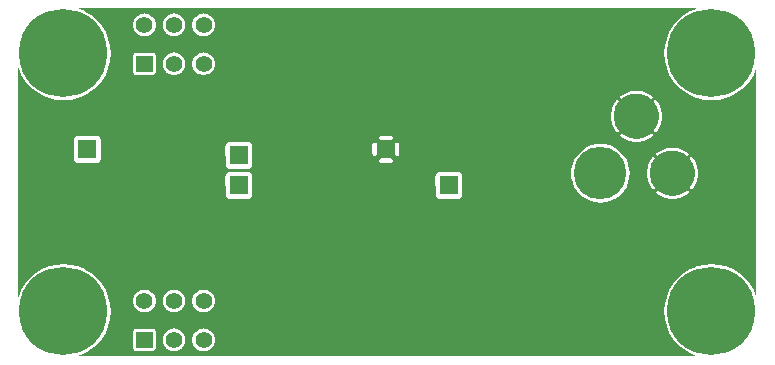
<source format=gbr>
G04 start of page 3 for group 1 idx 1 *
G04 Title: (unknown), bottom *
G04 Creator: pcb 20140316 *
G04 CreationDate: Tue 13 Dec 2016 03:17:30 AM GMT UTC *
G04 For: railfan *
G04 Format: Gerber/RS-274X *
G04 PCB-Dimensions (mil): 2500.00 1200.00 *
G04 PCB-Coordinate-Origin: lower left *
%MOIN*%
%FSLAX25Y25*%
%LNBOTTOM*%
%ADD36C,0.0350*%
%ADD35C,0.1250*%
%ADD34C,0.1100*%
%ADD33C,0.0420*%
%ADD32C,0.1285*%
%ADD31C,0.0200*%
%ADD30C,0.0400*%
%ADD29C,0.0550*%
%ADD28C,0.1750*%
%ADD27C,0.1500*%
%ADD26C,0.2937*%
%ADD25C,0.0001*%
G54D25*G36*
X215155Y84245D02*X215319Y83638D01*
X215435Y82988D01*
X215493Y82330D01*
Y81670D01*
X215435Y81012D01*
X215319Y80362D01*
X215155Y79755D01*
Y84245D01*
G37*
G36*
X227155Y65245D02*X227319Y64638D01*
X227435Y63988D01*
X227493Y63330D01*
Y62670D01*
X227435Y62012D01*
X227319Y61362D01*
X227155Y60755D01*
Y65245D01*
G37*
G36*
Y2445D02*X228138Y2038D01*
X228295Y2000D01*
X227155D01*
Y2445D01*
G37*
G36*
Y88445D02*X228138Y88038D01*
X230539Y87461D01*
X233000Y87268D01*
X235461Y87461D01*
X237862Y88038D01*
X240142Y88982D01*
X242247Y90272D01*
X244124Y91876D01*
X245728Y93753D01*
X247018Y95858D01*
X247962Y98138D01*
X248000Y98295D01*
Y21705D01*
X247962Y21862D01*
X247018Y24142D01*
X245728Y26247D01*
X244124Y28124D01*
X242247Y29728D01*
X240142Y31018D01*
X237862Y31962D01*
X235461Y32539D01*
X233000Y32732D01*
X230539Y32539D01*
X228138Y31962D01*
X227155Y31555D01*
Y58396D01*
X227530Y59039D01*
X227849Y59716D01*
X228107Y60419D01*
X228303Y61142D01*
X228434Y61879D01*
X228500Y62626D01*
Y63374D01*
X228434Y64121D01*
X228303Y64858D01*
X228107Y65581D01*
X227849Y66284D01*
X227530Y66961D01*
X227155Y67604D01*
Y88445D01*
G37*
G36*
Y118000D02*X228295D01*
X228138Y117962D01*
X227155Y117555D01*
Y118000D01*
G37*
G36*
X215155D02*X227155D01*
Y117555D01*
X225858Y117018D01*
X223753Y115728D01*
X221876Y114124D01*
X220272Y112247D01*
X218982Y110142D01*
X218038Y107862D01*
X217461Y105461D01*
X217268Y103000D01*
X217461Y100539D01*
X218038Y98138D01*
X218982Y95858D01*
X220272Y93753D01*
X221876Y91876D01*
X223753Y90272D01*
X225858Y88982D01*
X227155Y88445D01*
Y67604D01*
X227152Y67608D01*
X226719Y68219D01*
X226666Y68279D01*
X226604Y68328D01*
X226534Y68368D01*
X226460Y68396D01*
X226381Y68412D01*
X226302Y68416D01*
X226222Y68407D01*
X226145Y68386D01*
X226073Y68353D01*
X226006Y68309D01*
X225947Y68256D01*
X225897Y68193D01*
X225857Y68124D01*
X225829Y68049D01*
X225813Y67971D01*
X225809Y67891D01*
X225818Y67812D01*
X225839Y67735D01*
X225872Y67662D01*
X225917Y67596D01*
X226305Y67062D01*
X226638Y66492D01*
X226919Y65895D01*
X227147Y65275D01*
X227155Y65245D01*
Y60755D01*
X227147Y60725D01*
X226919Y60105D01*
X226638Y59508D01*
X226305Y58938D01*
X225923Y58399D01*
X225879Y58334D01*
X225846Y58263D01*
X225825Y58187D01*
X225817Y58109D01*
X225820Y58030D01*
X225836Y57953D01*
X225864Y57879D01*
X225903Y57811D01*
X225952Y57749D01*
X226010Y57696D01*
X226076Y57653D01*
X226148Y57621D01*
X226224Y57600D01*
X226302Y57591D01*
X226381Y57595D01*
X226458Y57611D01*
X226531Y57639D01*
X226600Y57678D01*
X226661Y57727D01*
X226713Y57786D01*
X227152Y58392D01*
X227155Y58396D01*
Y31555D01*
X225858Y31018D01*
X223753Y29728D01*
X221876Y28124D01*
X220272Y26247D01*
X218982Y24142D01*
X218038Y21862D01*
X217461Y19461D01*
X217268Y17000D01*
X217461Y14539D01*
X218038Y12138D01*
X218982Y9858D01*
X220272Y7753D01*
X221876Y5876D01*
X223753Y4272D01*
X225858Y2982D01*
X227155Y2445D01*
Y2000D01*
X215155D01*
Y56020D01*
X215392Y55848D01*
X216039Y55470D01*
X216716Y55151D01*
X217419Y54893D01*
X218142Y54697D01*
X218879Y54566D01*
X219626Y54500D01*
X220374D01*
X221120Y54566D01*
X221858Y54697D01*
X222581Y54893D01*
X223284Y55151D01*
X223961Y55470D01*
X224608Y55848D01*
X225219Y56281D01*
X225279Y56334D01*
X225328Y56396D01*
X225368Y56466D01*
X225396Y56540D01*
X225412Y56619D01*
X225416Y56698D01*
X225407Y56778D01*
X225386Y56855D01*
X225353Y56927D01*
X225309Y56994D01*
X225256Y57053D01*
X225193Y57103D01*
X225124Y57143D01*
X225049Y57171D01*
X224971Y57187D01*
X224891Y57191D01*
X224812Y57182D01*
X224735Y57161D01*
X224662Y57128D01*
X224596Y57083D01*
X224062Y56695D01*
X223492Y56362D01*
X222895Y56081D01*
X222275Y55853D01*
X221638Y55681D01*
X220988Y55565D01*
X220330Y55507D01*
X219670D01*
X219012Y55565D01*
X218362Y55681D01*
X217725Y55853D01*
X217105Y56081D01*
X216508Y56362D01*
X215938Y56695D01*
X215399Y57077D01*
X215334Y57121D01*
X215263Y57154D01*
X215187Y57175D01*
X215155Y57178D01*
Y68815D01*
X215188Y68818D01*
X215265Y68839D01*
X215338Y68872D01*
X215404Y68917D01*
X215938Y69305D01*
X216508Y69638D01*
X217105Y69919D01*
X217725Y70147D01*
X218362Y70319D01*
X219012Y70435D01*
X219670Y70493D01*
X220330D01*
X220988Y70435D01*
X221638Y70319D01*
X222275Y70147D01*
X222895Y69919D01*
X223492Y69638D01*
X224062Y69305D01*
X224601Y68923D01*
X224666Y68879D01*
X224737Y68846D01*
X224813Y68825D01*
X224891Y68817D01*
X224970Y68820D01*
X225047Y68836D01*
X225121Y68864D01*
X225189Y68903D01*
X225251Y68952D01*
X225304Y69010D01*
X225347Y69076D01*
X225379Y69148D01*
X225400Y69224D01*
X225409Y69302D01*
X225405Y69381D01*
X225389Y69458D01*
X225361Y69531D01*
X225322Y69600D01*
X225273Y69661D01*
X225214Y69713D01*
X224608Y70152D01*
X223961Y70530D01*
X223284Y70849D01*
X222581Y71107D01*
X221858Y71303D01*
X221120Y71434D01*
X220374Y71500D01*
X219626D01*
X218879Y71434D01*
X218142Y71303D01*
X217419Y71107D01*
X216716Y70849D01*
X216039Y70530D01*
X215392Y70152D01*
X215155Y69984D01*
Y77396D01*
X215530Y78039D01*
X215849Y78716D01*
X216107Y79419D01*
X216303Y80142D01*
X216434Y80880D01*
X216500Y81626D01*
Y82374D01*
X216434Y83121D01*
X216303Y83858D01*
X216107Y84581D01*
X215849Y85284D01*
X215530Y85961D01*
X215155Y86604D01*
Y118000D01*
G37*
G36*
X212845D02*X215155D01*
Y86604D01*
X215152Y86608D01*
X214719Y87219D01*
X214666Y87279D01*
X214604Y87328D01*
X214534Y87368D01*
X214460Y87396D01*
X214381Y87412D01*
X214302Y87416D01*
X214222Y87407D01*
X214145Y87386D01*
X214073Y87353D01*
X214006Y87309D01*
X213947Y87256D01*
X213897Y87193D01*
X213857Y87124D01*
X213829Y87049D01*
X213813Y86971D01*
X213809Y86891D01*
X213818Y86812D01*
X213839Y86735D01*
X213872Y86662D01*
X213917Y86596D01*
X214305Y86062D01*
X214638Y85492D01*
X214919Y84895D01*
X215147Y84275D01*
X215155Y84245D01*
Y79755D01*
X215147Y79725D01*
X214919Y79105D01*
X214638Y78508D01*
X214305Y77938D01*
X213923Y77399D01*
X213879Y77334D01*
X213846Y77263D01*
X213825Y77187D01*
X213817Y77109D01*
X213820Y77030D01*
X213836Y76953D01*
X213864Y76879D01*
X213903Y76811D01*
X213952Y76749D01*
X214010Y76696D01*
X214076Y76653D01*
X214148Y76621D01*
X214224Y76600D01*
X214302Y76591D01*
X214381Y76595D01*
X214458Y76611D01*
X214531Y76639D01*
X214600Y76678D01*
X214661Y76727D01*
X214713Y76786D01*
X215152Y77392D01*
X215155Y77396D01*
Y69984D01*
X214781Y69719D01*
X214721Y69666D01*
X214672Y69604D01*
X214632Y69534D01*
X214604Y69460D01*
X214588Y69381D01*
X214584Y69302D01*
X214593Y69222D01*
X214614Y69145D01*
X214647Y69073D01*
X214691Y69006D01*
X214744Y68947D01*
X214807Y68897D01*
X214876Y68857D01*
X214951Y68829D01*
X215029Y68813D01*
X215109Y68809D01*
X215155Y68815D01*
Y57178D01*
X215109Y57183D01*
X215030Y57180D01*
X214953Y57164D01*
X214879Y57136D01*
X214811Y57097D01*
X214749Y57048D01*
X214696Y56990D01*
X214653Y56924D01*
X214621Y56852D01*
X214600Y56776D01*
X214591Y56698D01*
X214595Y56619D01*
X214611Y56542D01*
X214639Y56469D01*
X214678Y56400D01*
X214727Y56339D01*
X214786Y56287D01*
X215155Y56020D01*
Y2000D01*
X212845D01*
Y58396D01*
X212848Y58392D01*
X213281Y57781D01*
X213334Y57721D01*
X213396Y57672D01*
X213466Y57632D01*
X213540Y57604D01*
X213619Y57588D01*
X213698Y57584D01*
X213778Y57593D01*
X213855Y57614D01*
X213927Y57647D01*
X213994Y57691D01*
X214053Y57744D01*
X214103Y57807D01*
X214143Y57876D01*
X214171Y57951D01*
X214187Y58029D01*
X214191Y58109D01*
X214182Y58188D01*
X214161Y58265D01*
X214128Y58338D01*
X214083Y58404D01*
X213695Y58938D01*
X213362Y59508D01*
X213081Y60105D01*
X212853Y60725D01*
X212845Y60755D01*
Y65245D01*
X212853Y65275D01*
X213081Y65895D01*
X213362Y66492D01*
X213695Y67062D01*
X214077Y67601D01*
X214121Y67666D01*
X214154Y67737D01*
X214175Y67813D01*
X214183Y67891D01*
X214180Y67970D01*
X214164Y68047D01*
X214136Y68121D01*
X214097Y68189D01*
X214048Y68251D01*
X213990Y68304D01*
X213924Y68347D01*
X213852Y68379D01*
X213776Y68400D01*
X213698Y68409D01*
X213619Y68405D01*
X213542Y68389D01*
X213469Y68361D01*
X213400Y68322D01*
X213339Y68273D01*
X213287Y68214D01*
X212848Y67608D01*
X212845Y67604D01*
Y75016D01*
X213219Y75281D01*
X213279Y75334D01*
X213328Y75396D01*
X213368Y75466D01*
X213396Y75540D01*
X213412Y75619D01*
X213416Y75698D01*
X213407Y75778D01*
X213386Y75855D01*
X213353Y75927D01*
X213309Y75994D01*
X213256Y76053D01*
X213193Y76103D01*
X213124Y76143D01*
X213049Y76171D01*
X212971Y76187D01*
X212891Y76191D01*
X212845Y76186D01*
Y87822D01*
X212891Y87817D01*
X212970Y87820D01*
X213047Y87836D01*
X213121Y87864D01*
X213189Y87903D01*
X213251Y87952D01*
X213304Y88010D01*
X213347Y88076D01*
X213379Y88148D01*
X213400Y88224D01*
X213409Y88302D01*
X213405Y88381D01*
X213389Y88458D01*
X213361Y88531D01*
X213322Y88600D01*
X213273Y88661D01*
X213214Y88713D01*
X212845Y88980D01*
Y118000D01*
G37*
G36*
Y60755D02*X212681Y61362D01*
X212565Y62012D01*
X212507Y62670D01*
Y63330D01*
X212565Y63988D01*
X212681Y64638D01*
X212845Y65245D01*
Y60755D01*
G37*
G36*
Y76186D02*X212812Y76182D01*
X212735Y76161D01*
X212662Y76128D01*
X212596Y76083D01*
X212062Y75695D01*
X211492Y75362D01*
X210895Y75081D01*
X210275Y74853D01*
X209638Y74681D01*
X208988Y74565D01*
X208330Y74507D01*
X208004D01*
Y89493D01*
X208330D01*
X208988Y89435D01*
X209638Y89319D01*
X210275Y89147D01*
X210895Y88919D01*
X211492Y88638D01*
X212062Y88305D01*
X212601Y87923D01*
X212666Y87879D01*
X212737Y87846D01*
X212813Y87825D01*
X212845Y87822D01*
Y76186D01*
G37*
G36*
Y2000D02*X208004D01*
Y73500D01*
X208374D01*
X209120Y73566D01*
X209858Y73697D01*
X210581Y73893D01*
X211284Y74151D01*
X211961Y74470D01*
X212608Y74848D01*
X212845Y75016D01*
Y67604D01*
X212470Y66961D01*
X212151Y66284D01*
X211893Y65581D01*
X211697Y64858D01*
X211566Y64121D01*
X211500Y63374D01*
Y62626D01*
X211566Y61879D01*
X211697Y61142D01*
X211893Y60419D01*
X212151Y59716D01*
X212470Y59039D01*
X212845Y58396D01*
Y2000D01*
G37*
G36*
X208004Y118000D02*X212845D01*
Y88980D01*
X212608Y89152D01*
X211961Y89530D01*
X211284Y89849D01*
X210581Y90107D01*
X209858Y90303D01*
X209120Y90434D01*
X208374Y90500D01*
X208004D01*
Y118000D01*
G37*
G36*
X200845D02*X208004D01*
Y90500D01*
X207626D01*
X206879Y90434D01*
X206142Y90303D01*
X205419Y90107D01*
X204716Y89849D01*
X204039Y89530D01*
X203392Y89152D01*
X202781Y88719D01*
X202721Y88666D01*
X202672Y88604D01*
X202632Y88534D01*
X202604Y88460D01*
X202588Y88381D01*
X202584Y88302D01*
X202593Y88222D01*
X202614Y88145D01*
X202647Y88073D01*
X202691Y88006D01*
X202744Y87947D01*
X202807Y87897D01*
X202876Y87857D01*
X202951Y87829D01*
X203029Y87813D01*
X203109Y87809D01*
X203188Y87818D01*
X203265Y87839D01*
X203338Y87872D01*
X203404Y87917D01*
X203938Y88305D01*
X204508Y88638D01*
X205105Y88919D01*
X205725Y89147D01*
X206362Y89319D01*
X207012Y89435D01*
X207670Y89493D01*
X208004D01*
Y74507D01*
X207670D01*
X207012Y74565D01*
X206362Y74681D01*
X205725Y74853D01*
X205105Y75081D01*
X204508Y75362D01*
X203938Y75695D01*
X203399Y76077D01*
X203334Y76121D01*
X203263Y76154D01*
X203187Y76175D01*
X203109Y76183D01*
X203030Y76180D01*
X202953Y76164D01*
X202879Y76136D01*
X202811Y76097D01*
X202749Y76048D01*
X202696Y75990D01*
X202653Y75924D01*
X202621Y75852D01*
X202600Y75776D01*
X202591Y75698D01*
X202595Y75619D01*
X202611Y75542D01*
X202639Y75469D01*
X202678Y75400D01*
X202727Y75339D01*
X202786Y75287D01*
X203392Y74848D01*
X204039Y74470D01*
X204716Y74151D01*
X205419Y73893D01*
X206142Y73697D01*
X206879Y73566D01*
X207626Y73500D01*
X208004D01*
Y2000D01*
X200845D01*
Y54534D01*
X201749Y55088D01*
X202916Y56084D01*
X203912Y57251D01*
X204714Y58560D01*
X205301Y59978D01*
X205660Y61470D01*
X205750Y63000D01*
X205660Y64530D01*
X205301Y66022D01*
X204714Y67440D01*
X203912Y68749D01*
X202916Y69916D01*
X201749Y70912D01*
X200845Y71466D01*
Y77396D01*
X200848Y77392D01*
X201281Y76781D01*
X201334Y76721D01*
X201396Y76672D01*
X201466Y76632D01*
X201540Y76604D01*
X201619Y76588D01*
X201698Y76584D01*
X201778Y76593D01*
X201855Y76614D01*
X201927Y76647D01*
X201994Y76691D01*
X202053Y76744D01*
X202103Y76807D01*
X202143Y76876D01*
X202171Y76951D01*
X202187Y77029D01*
X202191Y77109D01*
X202182Y77188D01*
X202161Y77265D01*
X202128Y77338D01*
X202083Y77404D01*
X201695Y77938D01*
X201362Y78508D01*
X201081Y79105D01*
X200853Y79725D01*
X200845Y79755D01*
Y84245D01*
X200853Y84275D01*
X201081Y84895D01*
X201362Y85492D01*
X201695Y86062D01*
X202077Y86601D01*
X202121Y86666D01*
X202154Y86737D01*
X202175Y86813D01*
X202183Y86891D01*
X202180Y86970D01*
X202164Y87047D01*
X202136Y87121D01*
X202097Y87189D01*
X202048Y87251D01*
X201990Y87304D01*
X201924Y87347D01*
X201852Y87379D01*
X201776Y87400D01*
X201698Y87409D01*
X201619Y87405D01*
X201542Y87389D01*
X201469Y87361D01*
X201400Y87322D01*
X201339Y87273D01*
X201287Y87214D01*
X200848Y86608D01*
X200845Y86604D01*
Y118000D01*
G37*
G36*
Y79755D02*X200681Y80362D01*
X200565Y81012D01*
X200507Y81670D01*
Y82330D01*
X200565Y82988D01*
X200681Y83638D01*
X200845Y84245D01*
Y79755D01*
G37*
G36*
X145500Y118000D02*X200845D01*
Y86604D01*
X200470Y85961D01*
X200151Y85284D01*
X199893Y84581D01*
X199697Y83858D01*
X199566Y83121D01*
X199500Y82374D01*
Y81626D01*
X199566Y80880D01*
X199697Y80142D01*
X199893Y79419D01*
X200151Y78716D01*
X200470Y78039D01*
X200845Y77396D01*
Y71466D01*
X200440Y71714D01*
X199022Y72301D01*
X197530Y72660D01*
X196000Y72780D01*
X194470Y72660D01*
X192978Y72301D01*
X191560Y71714D01*
X190251Y70912D01*
X189084Y69916D01*
X188088Y68749D01*
X187286Y67440D01*
X186699Y66022D01*
X186340Y64530D01*
X186220Y63000D01*
X186340Y61470D01*
X186699Y59978D01*
X187286Y58560D01*
X188088Y57251D01*
X189084Y56084D01*
X190251Y55088D01*
X191560Y54286D01*
X192978Y53699D01*
X194470Y53340D01*
X196000Y53220D01*
X197530Y53340D01*
X199022Y53699D01*
X200440Y54286D01*
X200845Y54534D01*
Y2000D01*
X145500D01*
Y54507D01*
X148735Y54514D01*
X148965Y54569D01*
X149183Y54659D01*
X149384Y54783D01*
X149564Y54936D01*
X149717Y55116D01*
X149841Y55317D01*
X149931Y55535D01*
X149986Y55765D01*
X150000Y56000D01*
X149986Y62235D01*
X149931Y62465D01*
X149841Y62683D01*
X149717Y62884D01*
X149564Y63064D01*
X149384Y63217D01*
X149183Y63341D01*
X148965Y63431D01*
X148735Y63486D01*
X148500Y63500D01*
X145500Y63493D01*
Y118000D01*
G37*
G36*
X128250D02*X145500D01*
Y63493D01*
X142265Y63486D01*
X142035Y63431D01*
X141817Y63341D01*
X141616Y63217D01*
X141436Y63064D01*
X141283Y62884D01*
X141159Y62683D01*
X141069Y62465D01*
X141014Y62235D01*
X141000Y62000D01*
X141014Y55765D01*
X141069Y55535D01*
X141159Y55317D01*
X141283Y55116D01*
X141436Y54936D01*
X141616Y54783D01*
X141817Y54659D01*
X142035Y54569D01*
X142265Y54514D01*
X142500Y54500D01*
X145500Y54507D01*
Y2000D01*
X128250D01*
Y68748D01*
X128368Y68757D01*
X128482Y68785D01*
X128592Y68830D01*
X128692Y68891D01*
X128782Y68968D01*
X128859Y69058D01*
X128920Y69158D01*
X128965Y69268D01*
X128993Y69382D01*
X129000Y69500D01*
Y72500D01*
X128993Y72618D01*
X128965Y72732D01*
X128920Y72842D01*
X128859Y72942D01*
X128782Y73032D01*
X128692Y73109D01*
X128592Y73170D01*
X128482Y73215D01*
X128368Y73243D01*
X128250Y73252D01*
Y118000D01*
G37*
G36*
X124500D02*X128250D01*
Y73252D01*
X128132Y73243D01*
X128018Y73215D01*
X127908Y73170D01*
X127808Y73109D01*
X127718Y73032D01*
X127641Y72942D01*
X127580Y72842D01*
X127535Y72732D01*
X127507Y72618D01*
X127500Y72500D01*
Y69500D01*
X127507Y69382D01*
X127535Y69268D01*
X127580Y69158D01*
X127641Y69058D01*
X127718Y68968D01*
X127808Y68891D01*
X127908Y68830D01*
X128018Y68785D01*
X128132Y68757D01*
X128250Y68748D01*
Y2000D01*
X124500D01*
Y66500D01*
X126000D01*
X126118Y66507D01*
X126232Y66535D01*
X126342Y66580D01*
X126442Y66641D01*
X126532Y66718D01*
X126609Y66808D01*
X126670Y66908D01*
X126715Y67018D01*
X126743Y67132D01*
X126752Y67250D01*
X126743Y67368D01*
X126715Y67482D01*
X126670Y67592D01*
X126609Y67692D01*
X126532Y67782D01*
X126442Y67859D01*
X126342Y67920D01*
X126232Y67965D01*
X126118Y67993D01*
X126000Y68000D01*
X124500D01*
Y74000D01*
X126000D01*
X126118Y74007D01*
X126232Y74035D01*
X126342Y74080D01*
X126442Y74141D01*
X126532Y74218D01*
X126609Y74308D01*
X126670Y74408D01*
X126715Y74518D01*
X126743Y74632D01*
X126752Y74750D01*
X126743Y74868D01*
X126715Y74982D01*
X126670Y75092D01*
X126609Y75192D01*
X126532Y75282D01*
X126442Y75359D01*
X126342Y75420D01*
X126232Y75465D01*
X126118Y75493D01*
X126000Y75500D01*
X124500D01*
Y118000D01*
G37*
G36*
X120750D02*X124500D01*
Y75500D01*
X123000D01*
X122882Y75493D01*
X122768Y75465D01*
X122658Y75420D01*
X122558Y75359D01*
X122468Y75282D01*
X122391Y75192D01*
X122330Y75092D01*
X122285Y74982D01*
X122257Y74868D01*
X122248Y74750D01*
X122257Y74632D01*
X122285Y74518D01*
X122330Y74408D01*
X122391Y74308D01*
X122468Y74218D01*
X122558Y74141D01*
X122658Y74080D01*
X122768Y74035D01*
X122882Y74007D01*
X123000Y74000D01*
X124500D01*
Y68000D01*
X123000D01*
X122882Y67993D01*
X122768Y67965D01*
X122658Y67920D01*
X122558Y67859D01*
X122468Y67782D01*
X122391Y67692D01*
X122330Y67592D01*
X122285Y67482D01*
X122257Y67368D01*
X122248Y67250D01*
X122257Y67132D01*
X122285Y67018D01*
X122330Y66908D01*
X122391Y66808D01*
X122468Y66718D01*
X122558Y66641D01*
X122658Y66580D01*
X122768Y66535D01*
X122882Y66507D01*
X123000Y66500D01*
X124500D01*
Y2000D01*
X120750D01*
Y68748D01*
X120868Y68757D01*
X120982Y68785D01*
X121092Y68830D01*
X121192Y68891D01*
X121282Y68968D01*
X121359Y69058D01*
X121420Y69158D01*
X121465Y69268D01*
X121493Y69382D01*
X121500Y69500D01*
Y72500D01*
X121493Y72618D01*
X121465Y72732D01*
X121420Y72842D01*
X121359Y72942D01*
X121282Y73032D01*
X121192Y73109D01*
X121092Y73170D01*
X120982Y73215D01*
X120868Y73243D01*
X120750Y73252D01*
Y118000D01*
G37*
G36*
X75500D02*X120750D01*
Y73252D01*
X120632Y73243D01*
X120518Y73215D01*
X120408Y73170D01*
X120308Y73109D01*
X120218Y73032D01*
X120141Y72942D01*
X120080Y72842D01*
X120035Y72732D01*
X120007Y72618D01*
X120000Y72500D01*
Y69500D01*
X120007Y69382D01*
X120035Y69268D01*
X120080Y69158D01*
X120141Y69058D01*
X120218Y68968D01*
X120308Y68891D01*
X120408Y68830D01*
X120518Y68785D01*
X120632Y68757D01*
X120750Y68748D01*
Y2000D01*
X75500D01*
Y54507D01*
X78735Y54514D01*
X78965Y54569D01*
X79183Y54659D01*
X79384Y54783D01*
X79564Y54936D01*
X79717Y55116D01*
X79841Y55317D01*
X79931Y55535D01*
X79986Y55765D01*
X80000Y56000D01*
X79986Y62235D01*
X79931Y62465D01*
X79841Y62683D01*
X79717Y62884D01*
X79564Y63064D01*
X79384Y63217D01*
X79183Y63341D01*
X78965Y63431D01*
X78735Y63486D01*
X78500Y63500D01*
X75500Y63493D01*
Y64507D01*
X78735Y64514D01*
X78965Y64569D01*
X79183Y64659D01*
X79384Y64783D01*
X79564Y64936D01*
X79717Y65116D01*
X79841Y65317D01*
X79931Y65535D01*
X79986Y65765D01*
X80000Y66000D01*
X79986Y72235D01*
X79931Y72465D01*
X79841Y72683D01*
X79717Y72884D01*
X79564Y73064D01*
X79384Y73217D01*
X79183Y73341D01*
X78965Y73431D01*
X78735Y73486D01*
X78500Y73500D01*
X75500Y73493D01*
Y118000D01*
G37*
G36*
X63679D02*X75500D01*
Y73493D01*
X72265Y73486D01*
X72035Y73431D01*
X71817Y73341D01*
X71616Y73217D01*
X71436Y73064D01*
X71283Y72884D01*
X71159Y72683D01*
X71069Y72465D01*
X71014Y72235D01*
X71000Y72000D01*
X71014Y65765D01*
X71069Y65535D01*
X71159Y65317D01*
X71283Y65116D01*
X71436Y64936D01*
X71616Y64783D01*
X71817Y64659D01*
X72035Y64569D01*
X72265Y64514D01*
X72500Y64500D01*
X75500Y64507D01*
Y63493D01*
X72265Y63486D01*
X72035Y63431D01*
X71817Y63341D01*
X71616Y63217D01*
X71436Y63064D01*
X71283Y62884D01*
X71159Y62683D01*
X71069Y62465D01*
X71014Y62235D01*
X71000Y62000D01*
X71014Y55765D01*
X71069Y55535D01*
X71159Y55317D01*
X71283Y55116D01*
X71436Y54936D01*
X71616Y54783D01*
X71817Y54659D01*
X72035Y54569D01*
X72265Y54514D01*
X72500Y54500D01*
X75500Y54507D01*
Y2000D01*
X63679D01*
Y3739D01*
X63685Y3739D01*
X64273Y3785D01*
X64847Y3923D01*
X65393Y4149D01*
X65896Y4457D01*
X66345Y4840D01*
X66728Y5289D01*
X67037Y5792D01*
X67262Y6338D01*
X67400Y6912D01*
X67435Y7500D01*
X67400Y8089D01*
X67262Y8663D01*
X67037Y9208D01*
X66728Y9711D01*
X66345Y10160D01*
X65896Y10543D01*
X65393Y10852D01*
X64847Y11078D01*
X64273Y11215D01*
X63685Y11262D01*
X63679Y11261D01*
Y16731D01*
X63685Y16731D01*
X64273Y16777D01*
X64847Y16915D01*
X65393Y17141D01*
X65896Y17449D01*
X66345Y17832D01*
X66728Y18281D01*
X67037Y18784D01*
X67262Y19330D01*
X67400Y19904D01*
X67435Y20492D01*
X67400Y21081D01*
X67262Y21655D01*
X67037Y22200D01*
X66728Y22703D01*
X66345Y23152D01*
X65896Y23535D01*
X65393Y23844D01*
X64847Y24070D01*
X64273Y24207D01*
X63685Y24254D01*
X63679Y24253D01*
Y95747D01*
X63685Y95746D01*
X64273Y95793D01*
X64847Y95931D01*
X65393Y96156D01*
X65896Y96465D01*
X66345Y96848D01*
X66728Y97297D01*
X67037Y97800D01*
X67262Y98346D01*
X67400Y98920D01*
X67435Y99508D01*
X67400Y100096D01*
X67262Y100670D01*
X67037Y101216D01*
X66728Y101719D01*
X66345Y102168D01*
X65896Y102551D01*
X65393Y102860D01*
X64847Y103085D01*
X64273Y103223D01*
X63685Y103270D01*
X63679Y103269D01*
Y108739D01*
X63685Y108738D01*
X64273Y108785D01*
X64847Y108923D01*
X65393Y109148D01*
X65896Y109457D01*
X66345Y109840D01*
X66728Y110289D01*
X67037Y110792D01*
X67262Y111338D01*
X67400Y111912D01*
X67435Y112500D01*
X67400Y113088D01*
X67262Y113662D01*
X67037Y114208D01*
X66728Y114711D01*
X66345Y115160D01*
X65896Y115543D01*
X65393Y115852D01*
X64847Y116077D01*
X64273Y116215D01*
X63685Y116262D01*
X63679Y116261D01*
Y118000D01*
G37*
G36*
X53837D02*X63679D01*
Y116261D01*
X63097Y116215D01*
X62523Y116077D01*
X61977Y115852D01*
X61474Y115543D01*
X61025Y115160D01*
X60642Y114711D01*
X60333Y114208D01*
X60108Y113662D01*
X59970Y113088D01*
X59923Y112500D01*
X59970Y111912D01*
X60108Y111338D01*
X60333Y110792D01*
X60642Y110289D01*
X61025Y109840D01*
X61474Y109457D01*
X61977Y109148D01*
X62523Y108923D01*
X63097Y108785D01*
X63679Y108739D01*
Y103269D01*
X63097Y103223D01*
X62523Y103085D01*
X61977Y102860D01*
X61474Y102551D01*
X61025Y102168D01*
X60642Y101719D01*
X60333Y101216D01*
X60108Y100670D01*
X59970Y100096D01*
X59923Y99508D01*
X59970Y98920D01*
X60108Y98346D01*
X60333Y97800D01*
X60642Y97297D01*
X61025Y96848D01*
X61474Y96465D01*
X61977Y96156D01*
X62523Y95931D01*
X63097Y95793D01*
X63679Y95747D01*
Y24253D01*
X63097Y24207D01*
X62523Y24070D01*
X61977Y23844D01*
X61474Y23535D01*
X61025Y23152D01*
X60642Y22703D01*
X60333Y22200D01*
X60108Y21655D01*
X59970Y21081D01*
X59923Y20492D01*
X59970Y19904D01*
X60108Y19330D01*
X60333Y18784D01*
X60642Y18281D01*
X61025Y17832D01*
X61474Y17449D01*
X61977Y17141D01*
X62523Y16915D01*
X63097Y16777D01*
X63679Y16731D01*
Y11261D01*
X63097Y11215D01*
X62523Y11078D01*
X61977Y10852D01*
X61474Y10543D01*
X61025Y10160D01*
X60642Y9711D01*
X60333Y9208D01*
X60108Y8663D01*
X59970Y8089D01*
X59923Y7500D01*
X59970Y6912D01*
X60108Y6338D01*
X60333Y5792D01*
X60642Y5289D01*
X61025Y4840D01*
X61474Y4457D01*
X61977Y4149D01*
X62523Y3923D01*
X63097Y3785D01*
X63679Y3739D01*
Y2000D01*
X53837D01*
Y3739D01*
X53843Y3739D01*
X54431Y3785D01*
X55005Y3923D01*
X55551Y4149D01*
X56054Y4457D01*
X56503Y4840D01*
X56886Y5289D01*
X57195Y5792D01*
X57420Y6338D01*
X57558Y6912D01*
X57593Y7500D01*
X57558Y8089D01*
X57420Y8663D01*
X57195Y9208D01*
X56886Y9711D01*
X56503Y10160D01*
X56054Y10543D01*
X55551Y10852D01*
X55005Y11078D01*
X54431Y11215D01*
X53843Y11262D01*
X53837Y11261D01*
Y16731D01*
X53843Y16731D01*
X54431Y16777D01*
X55005Y16915D01*
X55551Y17141D01*
X56054Y17449D01*
X56503Y17832D01*
X56886Y18281D01*
X57195Y18784D01*
X57420Y19330D01*
X57558Y19904D01*
X57593Y20492D01*
X57558Y21081D01*
X57420Y21655D01*
X57195Y22200D01*
X56886Y22703D01*
X56503Y23152D01*
X56054Y23535D01*
X55551Y23844D01*
X55005Y24070D01*
X54431Y24207D01*
X53843Y24254D01*
X53837Y24253D01*
Y95747D01*
X53843Y95746D01*
X54431Y95793D01*
X55005Y95931D01*
X55551Y96156D01*
X56054Y96465D01*
X56503Y96848D01*
X56886Y97297D01*
X57195Y97800D01*
X57420Y98346D01*
X57558Y98920D01*
X57593Y99508D01*
X57558Y100096D01*
X57420Y100670D01*
X57195Y101216D01*
X56886Y101719D01*
X56503Y102168D01*
X56054Y102551D01*
X55551Y102860D01*
X55005Y103085D01*
X54431Y103223D01*
X53843Y103270D01*
X53837Y103269D01*
Y108739D01*
X53843Y108738D01*
X54431Y108785D01*
X55005Y108923D01*
X55551Y109148D01*
X56054Y109457D01*
X56503Y109840D01*
X56886Y110289D01*
X57195Y110792D01*
X57420Y111338D01*
X57558Y111912D01*
X57593Y112500D01*
X57558Y113088D01*
X57420Y113662D01*
X57195Y114208D01*
X56886Y114711D01*
X56503Y115160D01*
X56054Y115543D01*
X55551Y115852D01*
X55005Y116077D01*
X54431Y116215D01*
X53843Y116262D01*
X53837Y116261D01*
Y118000D01*
G37*
G36*
X44000D02*X53837D01*
Y116261D01*
X53255Y116215D01*
X52681Y116077D01*
X52135Y115852D01*
X51632Y115543D01*
X51183Y115160D01*
X50800Y114711D01*
X50491Y114208D01*
X50266Y113662D01*
X50128Y113088D01*
X50081Y112500D01*
X50128Y111912D01*
X50266Y111338D01*
X50491Y110792D01*
X50800Y110289D01*
X51183Y109840D01*
X51632Y109457D01*
X52135Y109148D01*
X52681Y108923D01*
X53255Y108785D01*
X53837Y108739D01*
Y103269D01*
X53255Y103223D01*
X52681Y103085D01*
X52135Y102860D01*
X51632Y102551D01*
X51183Y102168D01*
X50800Y101719D01*
X50491Y101216D01*
X50266Y100670D01*
X50128Y100096D01*
X50081Y99508D01*
X50128Y98920D01*
X50266Y98346D01*
X50491Y97800D01*
X50800Y97297D01*
X51183Y96848D01*
X51632Y96465D01*
X52135Y96156D01*
X52681Y95931D01*
X53255Y95793D01*
X53837Y95747D01*
Y24253D01*
X53255Y24207D01*
X52681Y24070D01*
X52135Y23844D01*
X51632Y23535D01*
X51183Y23152D01*
X50800Y22703D01*
X50491Y22200D01*
X50266Y21655D01*
X50128Y21081D01*
X50081Y20492D01*
X50128Y19904D01*
X50266Y19330D01*
X50491Y18784D01*
X50800Y18281D01*
X51183Y17832D01*
X51632Y17449D01*
X52135Y17141D01*
X52681Y16915D01*
X53255Y16777D01*
X53837Y16731D01*
Y11261D01*
X53255Y11215D01*
X52681Y11078D01*
X52135Y10852D01*
X51632Y10543D01*
X51183Y10160D01*
X50800Y9711D01*
X50491Y9208D01*
X50266Y8663D01*
X50128Y8089D01*
X50081Y7500D01*
X50128Y6912D01*
X50266Y6338D01*
X50491Y5792D01*
X50800Y5289D01*
X51183Y4840D01*
X51632Y4457D01*
X52135Y4149D01*
X52681Y3923D01*
X53255Y3785D01*
X53837Y3739D01*
Y2000D01*
X44000D01*
Y3755D01*
X46907Y3759D01*
X47060Y3796D01*
X47205Y3856D01*
X47340Y3939D01*
X47459Y4041D01*
X47562Y4161D01*
X47644Y4295D01*
X47704Y4440D01*
X47741Y4593D01*
X47750Y4750D01*
X47741Y10407D01*
X47704Y10560D01*
X47644Y10706D01*
X47562Y10840D01*
X47459Y10959D01*
X47340Y11062D01*
X47205Y11144D01*
X47060Y11204D01*
X46907Y11241D01*
X46750Y11250D01*
X44000Y11246D01*
Y16731D01*
X44588Y16777D01*
X45162Y16915D01*
X45708Y17141D01*
X46211Y17449D01*
X46660Y17832D01*
X47043Y18281D01*
X47352Y18784D01*
X47577Y19330D01*
X47715Y19904D01*
X47750Y20492D01*
X47715Y21081D01*
X47577Y21655D01*
X47352Y22200D01*
X47043Y22703D01*
X46660Y23152D01*
X46211Y23535D01*
X45708Y23844D01*
X45162Y24070D01*
X44588Y24207D01*
X44000Y24254D01*
Y95763D01*
X46907Y95767D01*
X47060Y95804D01*
X47205Y95864D01*
X47340Y95946D01*
X47459Y96049D01*
X47562Y96168D01*
X47644Y96303D01*
X47704Y96448D01*
X47741Y96601D01*
X47750Y96758D01*
X47741Y102415D01*
X47704Y102568D01*
X47644Y102713D01*
X47562Y102848D01*
X47459Y102967D01*
X47340Y103070D01*
X47205Y103152D01*
X47060Y103212D01*
X46907Y103249D01*
X46750Y103258D01*
X44000Y103253D01*
Y108738D01*
X44588Y108785D01*
X45162Y108923D01*
X45708Y109148D01*
X46211Y109457D01*
X46660Y109840D01*
X47043Y110289D01*
X47352Y110792D01*
X47577Y111338D01*
X47715Y111912D01*
X47750Y112500D01*
X47715Y113088D01*
X47577Y113662D01*
X47352Y114208D01*
X47043Y114711D01*
X46660Y115160D01*
X46211Y115543D01*
X45708Y115852D01*
X45162Y116077D01*
X44588Y116215D01*
X44000Y116262D01*
Y118000D01*
G37*
G36*
X25000D02*X44000D01*
Y116262D01*
X43412Y116215D01*
X42838Y116077D01*
X42292Y115852D01*
X41789Y115543D01*
X41340Y115160D01*
X40957Y114711D01*
X40648Y114208D01*
X40423Y113662D01*
X40285Y113088D01*
X40238Y112500D01*
X40285Y111912D01*
X40423Y111338D01*
X40648Y110792D01*
X40957Y110289D01*
X41340Y109840D01*
X41789Y109457D01*
X42292Y109148D01*
X42838Y108923D01*
X43412Y108785D01*
X44000Y108738D01*
Y103253D01*
X41093Y103249D01*
X40940Y103212D01*
X40795Y103152D01*
X40660Y103070D01*
X40541Y102967D01*
X40438Y102848D01*
X40356Y102713D01*
X40296Y102568D01*
X40259Y102415D01*
X40250Y102258D01*
X40259Y96601D01*
X40296Y96448D01*
X40356Y96303D01*
X40438Y96168D01*
X40541Y96049D01*
X40660Y95946D01*
X40795Y95864D01*
X40940Y95804D01*
X41093Y95767D01*
X41250Y95758D01*
X44000Y95763D01*
Y24254D01*
X43412Y24207D01*
X42838Y24070D01*
X42292Y23844D01*
X41789Y23535D01*
X41340Y23152D01*
X40957Y22703D01*
X40648Y22200D01*
X40423Y21655D01*
X40285Y21081D01*
X40238Y20492D01*
X40285Y19904D01*
X40423Y19330D01*
X40648Y18784D01*
X40957Y18281D01*
X41340Y17832D01*
X41789Y17449D01*
X42292Y17141D01*
X42838Y16915D01*
X43412Y16777D01*
X44000Y16731D01*
Y11246D01*
X41093Y11241D01*
X40940Y11204D01*
X40795Y11144D01*
X40660Y11062D01*
X40541Y10959D01*
X40438Y10840D01*
X40356Y10706D01*
X40296Y10560D01*
X40259Y10407D01*
X40250Y10250D01*
X40259Y4593D01*
X40296Y4440D01*
X40356Y4295D01*
X40438Y4161D01*
X40541Y4041D01*
X40660Y3939D01*
X40795Y3856D01*
X40940Y3796D01*
X41093Y3759D01*
X41250Y3750D01*
X44000Y3755D01*
Y2000D01*
X25000D01*
Y3508D01*
X26247Y4272D01*
X28124Y5876D01*
X29728Y7753D01*
X31018Y9858D01*
X31962Y12138D01*
X32539Y14539D01*
X32684Y17000D01*
X32539Y19461D01*
X31962Y21862D01*
X31018Y24142D01*
X29728Y26247D01*
X28124Y28124D01*
X26247Y29728D01*
X25000Y30492D01*
Y66507D01*
X28235Y66514D01*
X28465Y66569D01*
X28683Y66659D01*
X28884Y66783D01*
X29064Y66936D01*
X29217Y67116D01*
X29341Y67317D01*
X29431Y67535D01*
X29486Y67765D01*
X29500Y68000D01*
X29486Y74235D01*
X29431Y74465D01*
X29341Y74683D01*
X29217Y74884D01*
X29064Y75064D01*
X28884Y75217D01*
X28683Y75341D01*
X28465Y75431D01*
X28235Y75486D01*
X28000Y75500D01*
X25000Y75493D01*
Y89508D01*
X26247Y90272D01*
X28124Y91876D01*
X29728Y93753D01*
X31018Y95858D01*
X31962Y98138D01*
X32539Y100539D01*
X32684Y103000D01*
X32539Y105461D01*
X31962Y107862D01*
X31018Y110142D01*
X29728Y112247D01*
X28124Y114124D01*
X26247Y115728D01*
X25000Y116492D01*
Y118000D01*
G37*
G36*
Y30492D02*X24142Y31018D01*
X21862Y31962D01*
X19461Y32539D01*
X17000Y32732D01*
X14539Y32539D01*
X12138Y31962D01*
X9858Y31018D01*
X7753Y29728D01*
X5876Y28124D01*
X4272Y26247D01*
X2982Y24142D01*
X2038Y21862D01*
X2000Y21705D01*
Y98295D01*
X2038Y98138D01*
X2982Y95858D01*
X4272Y93753D01*
X5876Y91876D01*
X7753Y90272D01*
X9858Y88982D01*
X12138Y88038D01*
X14539Y87461D01*
X17000Y87268D01*
X19461Y87461D01*
X21862Y88038D01*
X24142Y88982D01*
X25000Y89508D01*
Y75493D01*
X21765Y75486D01*
X21535Y75431D01*
X21317Y75341D01*
X21116Y75217D01*
X20936Y75064D01*
X20783Y74884D01*
X20659Y74683D01*
X20569Y74465D01*
X20514Y74235D01*
X20500Y74000D01*
X20514Y67765D01*
X20569Y67535D01*
X20659Y67317D01*
X20783Y67116D01*
X20936Y66936D01*
X21116Y66783D01*
X21317Y66659D01*
X21535Y66569D01*
X21765Y66514D01*
X22000Y66500D01*
X25000Y66507D01*
Y30492D01*
G37*
G36*
Y2000D02*X21705D01*
X21862Y2038D01*
X24142Y2982D01*
X25000Y3508D01*
Y2000D01*
G37*
G36*
X21705Y118000D02*X25000D01*
Y116492D01*
X24142Y117018D01*
X21862Y117962D01*
X21705Y118000D01*
G37*
G54D26*X233000Y103000D03*
G54D25*G36*
X121500Y74000D02*Y68000D01*
X127500D01*
Y74000D01*
X121500D01*
G37*
G36*
X142500Y62000D02*Y56000D01*
X148500D01*
Y62000D01*
X142500D01*
G37*
G54D27*X208000Y82000D03*
G54D26*X233000Y17000D03*
G54D28*X196000Y63000D03*
G54D27*X220000D03*
G54D26*X17000Y103000D03*
G54D25*G36*
X22000Y74000D02*Y68000D01*
X28000D01*
Y74000D01*
X22000D01*
G37*
G36*
X41250Y102258D02*Y96758D01*
X46750D01*
Y102258D01*
X41250D01*
G37*
G54D29*X44000Y112500D03*
G54D26*X17000Y17000D03*
G54D25*G36*
X72500Y72000D02*Y66000D01*
X78500D01*
Y72000D01*
X72500D01*
G37*
G36*
Y62000D02*Y56000D01*
X78500D01*
Y62000D01*
X72500D01*
G37*
G54D29*X53843Y99508D03*
X63685D03*
X53843Y112500D03*
X63685D03*
G54D25*G36*
X41250Y10250D02*Y4750D01*
X46750D01*
Y10250D01*
X41250D01*
G37*
G54D29*X53843Y7500D03*
X63685D03*
X44000Y20492D03*
X53843D03*
X63685D03*
G54D30*X94043Y20500D03*
G54D31*G54D32*G54D33*G54D34*G54D32*G54D35*G54D34*G54D32*G54D33*G54D36*G54D32*G54D33*G54D36*M02*

</source>
